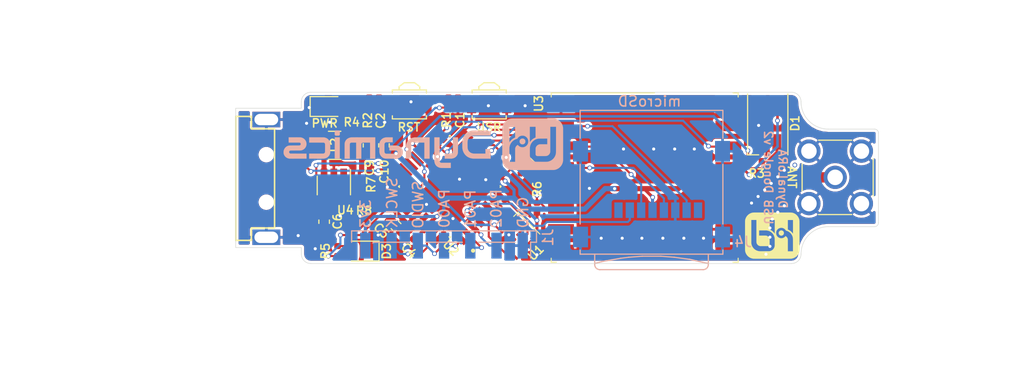
<source format=kicad_pcb>
(kicad_pcb (version 20171130) (host pcbnew "(5.1.9)-1")
  (layers (0 F.Cu signal) (31 B.Cu signal) (34 B.Paste user) (35 F.Paste user) (36 B.SilkS user) (37 F.SilkS user) (38 B.Mask user) (39 F.Mask user) (44 Edge.Cuts user))
  (net 0 "")
  (net 1 VBUS)
  (net 2 GND)
  (net 3 /USER_BTN)
  (net 4 /nRESET)
  (net 5 +3V3)
  (net 6 "Net-(D1-Pad2)")
  (net 7 "Net-(D1-Pad4)")
  (net 8 "Net-(D2-Pad2)")
  (net 9 "Net-(D3-Pad2)")
  (net 10 /SWDIO)
  (net 11 /SWCLK)
  (net 12 /RGB)
  (net 13 /LED)
  (net 14 /RF_RESET)
  (net 15 "Net-(R7-Pad2)")
  (net 16 /RF_CS)
  (net 17 /RF_INT)
  (net 18 "Net-(U2-Pad15)")
  (net 19 "Net-(U3-Pad7)")
  (net 20 "Net-(U3-Pad11)")
  (net 21 "Net-(U3-Pad12)")
  (net 22 "Net-(U3-Pad15)")
  (net 23 "Net-(U3-Pad16)")
  (net 24 "Net-(C5-Pad1)")
  (net 25 "Net-(L2-Pad1)")
  (net 26 /FLASH_CS)
  (net 27 /FLASH_SDI)
  (net 28 /FLASH_SCK)
  (net 29 /FLASH_SDO)
  (net 30 "Net-(U2-Pad22)")
  (net 31 USB_D+)
  (net 32 USB_D-)
  (net 33 "Net-(U2-Pad21)")
  (net 34 "Net-(J3-Pad1)")
  (net 35 /PA00)
  (net 36 /PA01)
  (net 37 "Net-(J4-Pad1)")
  (net 38 /SD_CS)
  (net 39 /SDO)
  (net 40 /SCK)
  (net 41 /SDI)
  (net 42 /PA02)
  (net 43 "Net-(U2-Pad27)")
  (net 44 "Net-(U2-Pad11)")
  (net 45 "Net-(J4-Pad8)")
  (module DynOSSAT:Logo_BHDyn_3 (layer B.Cu) (at 34.417 -60.452 180)
    (fp_text reference G*** hide)
    (fp_text value LOGO hide)
  )
  (module DynOSSAT:PinHeader_1x07_P2.54mm_Vertical_SMD_Pin1Left (layer B.Cu) (at 36.4236 -52.2986 90)
    (fp_text reference J1 (at -0.8636 10.0584 90) (layer B.SilkS) (effects (justify mirror)))
    (fp_text value Conn_01x07)
    (pad 1 smd rect (at -1.655 7.62 90) (size 2.51 1) (layers B.Cu B.Paste B.Mask) (net 2 GND))
    (pad 3 smd rect (at -1.655 2.54 90) (size 2.51 1) (layers B.Cu B.Paste B.Mask) (net 36 /PA01))
    (pad 5 smd rect (at -1.655 -2.54 90) (size 2.51 1) (layers B.Cu B.Paste B.Mask) (net 10 /SWDIO))
    (pad 7 smd rect (at -1.655 -7.62 90) (size 2.51 1) (layers B.Cu B.Paste B.Mask) (net 5 +3V3))
    (pad 2 smd rect (at -1.655 5.08 90) (size 2.51 1) (layers B.Cu B.Paste B.Mask) (net 42 /PA02))
    (pad 4 smd rect (at -1.655 0 90) (size 2.51 1) (layers B.Cu B.Paste B.Mask) (net 35 /PA00))
    (pad 6 smd rect (at -1.655 -5.08 90) (size 2.51 1) (layers B.Cu B.Paste B.Mask) (net 11 /SWCLK))
  )
  (module Capacitor_SMD:C_0402_1005Metric (layer F.Cu) (at 33.7566 -50.9524 315)
    (fp_text reference C4 (at 0.035921 1.077631 135) (layer F.SilkS) (effects (font (size 0.8 0.8))))
    (fp_text value 100nF hide)
    (pad 1 smd roundrect (at -0.485 0 315) (size 0.59 0.64) (layers F.Cu F.Paste F.Mask) (net 5 +3V3))
    (pad 2 smd roundrect (at 0.485 0 315) (size 0.59 0.64) (layers F.Cu F.Paste F.Mask) (net 2 GND))
  )
  (module DynOSSAT:QFP80P900X900X120-32N (layer F.Cu) (at 36.9824 -56.3626 135)
    (fp_text reference U2 (at -4.274602 -4.130918 315) (layer F.SilkS) (effects (font (size 0.8 0.8))))
    (fp_text value ATSAMD21E18A-AUT hide)
    (pad 9 smd rect (at -2.8 4.18 135) (size 0.55 1.6) (layers F.Cu F.Paste F.Mask) (net 5 +3V3))
    (pad 10 smd rect (at -2 4.18 135) (size 0.55 1.6) (layers F.Cu F.Paste F.Mask) (net 2 GND))
    (pad 11 smd rect (at -1.2 4.18 135) (size 0.55 1.6) (layers F.Cu F.Paste F.Mask) (net 44 "Net-(U2-Pad11)"))
    (pad 12 smd rect (at -0.4 4.18 135) (size 0.55 1.6) (layers F.Cu F.Paste F.Mask) (net 17 /RF_INT))
    (pad 13 smd rect (at 0.4 4.18 135) (size 0.55 1.6) (layers F.Cu F.Paste F.Mask) (net 14 /RF_RESET))
    (pad 14 smd rect (at 1.2 4.18 135) (size 0.55 1.6) (layers F.Cu F.Paste F.Mask) (net 16 /RF_CS))
    (pad 15 smd rect (at 2 4.18 135) (size 0.55 1.6) (layers F.Cu F.Paste F.Mask) (net 18 "Net-(U2-Pad15)"))
    (pad 16 smd rect (at 2.8 4.18 135) (size 0.55 1.6) (layers F.Cu F.Paste F.Mask) (net 3 /USER_BTN))
    (pad 25 smd rect (at 2.8 -4.18 135) (size 0.55 1.6) (layers F.Cu F.Paste F.Mask) (net 13 /LED))
    (pad 26 smd rect (at 2 -4.18 135) (size 0.55 1.6) (layers F.Cu F.Paste F.Mask) (net 4 /nRESET))
    (pad 27 smd rect (at 1.2 -4.18 135) (size 0.55 1.6) (layers F.Cu F.Paste F.Mask) (net 43 "Net-(U2-Pad27)"))
    (pad 28 smd rect (at 0.4 -4.18 135) (size 0.55 1.6) (layers F.Cu F.Paste F.Mask) (net 2 GND))
    (pad 29 smd rect (at -0.4 -4.18 135) (size 0.55 1.6) (layers F.Cu F.Paste F.Mask) (net 24 "Net-(C5-Pad1)"))
    (pad 30 smd rect (at -1.2 -4.18 135) (size 0.55 1.6) (layers F.Cu F.Paste F.Mask) (net 5 +3V3))
    (pad 31 smd rect (at -2 -4.18 135) (size 0.55 1.6) (layers F.Cu F.Paste F.Mask) (net 11 /SWCLK))
    (pad 32 smd rect (at -2.8 -4.18 135) (size 0.55 1.6) (layers F.Cu F.Paste F.Mask) (net 10 /SWDIO))
    (pad 1 smd rect (at -4.18 -2.8 135) (size 1.6 0.55) (layers F.Cu F.Paste F.Mask) (net 35 /PA00))
    (pad 2 smd rect (at -4.18 -2 135) (size 1.6 0.55) (layers F.Cu F.Paste F.Mask) (net 36 /PA01))
    (pad 3 smd rect (at -4.18 -1.2 135) (size 1.6 0.55) (layers F.Cu F.Paste F.Mask) (net 42 /PA02))
    (pad 4 smd rect (at -4.18 -0.4 135) (size 1.6 0.55) (layers F.Cu F.Paste F.Mask) (net 38 /SD_CS))
    (pad 5 smd rect (at -4.18 0.4 135) (size 1.6 0.55) (layers F.Cu F.Paste F.Mask) (net 29 /FLASH_SDO))
    (pad 6 smd rect (at -4.18 1.2 135) (size 1.6 0.55) (layers F.Cu F.Paste F.Mask) (net 27 /FLASH_SDI))
    (pad 7 smd rect (at -4.18 2 135) (size 1.6 0.55) (layers F.Cu F.Paste F.Mask) (net 26 /FLASH_CS))
    (pad 8 smd rect (at -4.18 2.8 135) (size 1.6 0.55) (layers F.Cu F.Paste F.Mask) (net 28 /FLASH_SCK))
    (pad 17 smd rect (at 4.18 2.8 135) (size 1.6 0.55) (layers F.Cu F.Paste F.Mask) (net 39 /SDO))
    (pad 18 smd rect (at 4.18 2 135) (size 1.6 0.55) (layers F.Cu F.Paste F.Mask) (net 40 /SCK))
    (pad 19 smd rect (at 4.18 1.2 135) (size 1.6 0.55) (layers F.Cu F.Paste F.Mask) (net 41 /SDI))
    (pad 20 smd rect (at 4.18 0.4 135) (size 1.6 0.55) (layers F.Cu F.Paste F.Mask) (net 12 /RGB))
    (pad 21 smd rect (at 4.18 -0.4 135) (size 1.6 0.55) (layers F.Cu F.Paste F.Mask) (net 33 "Net-(U2-Pad21)"))
    (pad 22 smd rect (at 4.18 -1.2 135) (size 1.6 0.55) (layers F.Cu F.Paste F.Mask) (net 30 "Net-(U2-Pad22)"))
    (pad 23 smd rect (at 4.18 -2 135) (size 1.6 0.55) (layers F.Cu F.Paste F.Mask) (net 32 USB_D-))
    (pad 24 smd rect (at 4.18 -2.8 135) (size 1.6 0.55) (layers F.Cu F.Paste F.Mask) (net 31 USB_D+))
  )
  (module Connector_Coaxial:SMA_Molex_73251-2200_Horizontal (layer F.Cu) (at 74.2894 -57.2516 270)
    (fp_text reference J3 hide)
    (fp_text value Conn_Coaxial hide)
    (pad 1 thru_hole circle (at 0 0 270) (size 2.25 2.25) (drill 1.5) (layers *.Cu *.Mask) (net 34 "Net-(J3-Pad1)"))
    (pad 2 thru_hole circle (at 2.54 2.54) (size 2.25 2.25) (drill 1.5) (layers *.Cu *.Mask) (net 2 GND))
    (pad 2 thru_hole circle (at 2.54 -2.54 270) (size 2.25 2.25) (drill 1.5) (layers *.Cu *.Mask) (net 2 GND))
    (pad 2 thru_hole circle (at -2.54 -2.54 270) (size 2.25 2.25) (drill 1.5) (layers *.Cu *.Mask) (net 2 GND))
    (pad 2 thru_hole circle (at -2.54 2.54 270) (size 2.25 2.25) (drill 1.5) (layers *.Cu *.Mask) (net 2 GND))
  )
  (module DynOSSAT:HOPERF_RFM69HW (layer F.Cu) (at 55.849 -57.2262)
    (fp_text reference U3 (at -10.256 -7.1628 90) (layer F.SilkS) (effects (font (size 0.8 0.8))))
    (fp_text value RFM9X hide)
    (pad 1 smd rect (at -8.1 -7) (size 2.5 1) (layers F.Cu F.Paste F.Mask) (net 2 GND))
    (pad 2 smd rect (at -8.1 -5) (size 2.5 1) (layers F.Cu F.Paste F.Mask) (net 41 /SDI))
    (pad 3 smd rect (at -8.1 -3) (size 2.5 1) (layers F.Cu F.Paste F.Mask) (net 39 /SDO))
    (pad 4 smd rect (at -8.1 -1) (size 2.5 1) (layers F.Cu F.Paste F.Mask) (net 40 /SCK))
    (pad 5 smd rect (at -8.1 1) (size 2.5 1) (layers F.Cu F.Paste F.Mask) (net 16 /RF_CS))
    (pad 6 smd rect (at -8.1 3) (size 2.5 1) (layers F.Cu F.Paste F.Mask) (net 14 /RF_RESET))
    (pad 7 smd rect (at -8.1 5) (size 2.5 1) (layers F.Cu F.Paste F.Mask) (net 19 "Net-(U3-Pad7)"))
    (pad 8 smd rect (at -8.1 7) (size 2.5 1) (layers F.Cu F.Paste F.Mask) (net 2 GND))
    (pad 9 smd rect (at 8.1 7) (size 2.5 1) (layers F.Cu F.Paste F.Mask) (net 34 "Net-(J3-Pad1)"))
    (pad 10 smd rect (at 8.1 5) (size 2.5 1) (layers F.Cu F.Paste F.Mask) (net 2 GND))
    (pad 11 smd rect (at 8.1 3) (size 2.5 1) (layers F.Cu F.Paste F.Mask) (net 20 "Net-(U3-Pad11)"))
    (pad 12 smd rect (at 8.1 1) (size 2.5 1) (layers F.Cu F.Paste F.Mask) (net 21 "Net-(U3-Pad12)"))
    (pad 13 smd rect (at 8.1 -1) (size 2.5 1) (layers F.Cu F.Paste F.Mask) (net 5 +3V3))
    (pad 14 smd rect (at 8.1 -3) (size 2.5 1) (layers F.Cu F.Paste F.Mask) (net 17 /RF_INT))
    (pad 15 smd rect (at 8.1 -5) (size 2.5 1) (layers F.Cu F.Paste F.Mask) (net 22 "Net-(U3-Pad15)"))
    (pad 16 smd rect (at 8.1 -7) (size 2.5 1) (layers F.Cu F.Paste F.Mask) (net 23 "Net-(U3-Pad16)"))
  )
  (module DynOSSAT:Logo_BHDyn_MARK (layer F.Cu) (at 68.199 -51.6128)
    (fp_text reference G*** hide)
    (fp_text value LOGO hide)
  )
  (module Capacitor_SMD:C_0603_1608Metric (layer F.Cu) (at 31.7754 -52.5272 135)
    (fp_text reference C5 (at 0.70046 -1.311117 135) (layer F.SilkS) (effects (font (size 0.8 0.8))))
    (fp_text value 1uF hide)
    (pad 2 smd roundrect (at 0.7875 0 135) (size 0.875 0.95) (layers F.Cu F.Paste F.Mask) (net 2 GND))
    (pad 1 smd roundrect (at -0.7875 0 135) (size 0.875 0.95) (layers F.Cu F.Paste F.Mask) (net 24 "Net-(C5-Pad1)"))
  )
  (module Capacitor_SMD:C_0603_1608Metric (layer F.Cu) (at 24.8158 -52.959 270)
    (fp_text reference C6 (at -0.0254 -1.2954 90) (layer F.SilkS) (effects (font (size 0.8 0.8))))
    (fp_text value 22uF hide)
    (pad 1 smd roundrect (at -0.7875 0 270) (size 0.875 0.95) (layers F.Cu F.Paste F.Mask) (net 1 VBUS))
    (pad 2 smd roundrect (at 0.7875 0 270) (size 0.875 0.95) (layers F.Cu F.Paste F.Mask) (net 2 GND))
  )
  (module Capacitor_SMD:C_0603_1608Metric (layer F.Cu) (at 29.1084 -60.3504 90)
    (fp_text reference C9 (at -2.1844 0.1016 90) (layer F.SilkS) (effects (font (size 0.8 0.8))))
    (fp_text value 22uF hide)
    (pad 1 smd roundrect (at -0.7875 0 90) (size 0.875 0.95) (layers F.Cu F.Paste F.Mask) (net 5 +3V3))
    (pad 2 smd roundrect (at 0.7875 0 90) (size 0.875 0.95) (layers F.Cu F.Paste F.Mask) (net 2 GND))
  )
  (module Capacitor_SMD:C_0603_1608Metric (layer F.Cu) (at 30.607 -60.3504 90)
    (fp_text reference C10 (at -2.54 0.0254 90) (layer F.SilkS) (effects (font (size 0.8 0.8))))
    (fp_text value 22uF hide)
    (pad 2 smd roundrect (at 0.7875 0 90) (size 0.875 0.95) (layers F.Cu F.Paste F.Mask) (net 2 GND))
    (pad 1 smd roundrect (at -0.7875 0 90) (size 0.875 0.95) (layers F.Cu F.Paste F.Mask) (net 5 +3V3))
  )
  (module DynOSSAT:LED_SK6812MINI_PLCC4_3.5x3.5mm_P1.75mm (layer F.Cu) (at 67.7616 -62.3824 270)
    (fp_text reference D1 (at -0.1016 -2.6472 90) (layer F.SilkS) (effects (font (size 0.8 0.8))))
    (fp_text value WS2812B hide)
    (pad 1 smd rect (at -1.75 -0.875 270) (size 1.6 0.85) (layers F.Cu F.Paste F.Mask) (net 5 +3V3))
    (pad 2 smd rect (at -1.75 0.875 270) (size 1.6 0.85) (layers F.Cu F.Paste F.Mask) (net 6 "Net-(D1-Pad2)"))
    (pad 4 smd rect (at 1.75 -0.875 270) (size 1.6 0.85) (layers F.Cu F.Paste F.Mask) (net 7 "Net-(D1-Pad4)"))
    (pad 3 smd rect (at 1.75 0.875 270) (size 1.6 0.85) (layers F.Cu F.Paste F.Mask) (net 2 GND))
  )
  (module LED_SMD:LED_0805_2012Metric (layer F.Cu) (at 25.146 -64.1096)
    (fp_text reference D2 hide)
    (fp_text value LED_Small hide)
    (pad 1 smd roundrect (at -0.9375 0) (size 0.975 1.4) (layers F.Cu F.Paste F.Mask) (net 2 GND))
    (pad 2 smd roundrect (at 0.9375 0) (size 0.975 1.4) (layers F.Cu F.Paste F.Mask) (net 8 "Net-(D2-Pad2)"))
  )
  (module LED_SMD:LED_0805_2012Metric (layer F.Cu) (at 28.448 -50.1142 180)
    (fp_text reference D3 (at -2.413 -0.0254 270) (layer F.SilkS) (effects (font (size 0.8 0.8))))
    (fp_text value LED_Small hide)
    (pad 2 smd roundrect (at 0.9375 0 180) (size 0.975 1.4) (layers F.Cu F.Paste F.Mask) (net 9 "Net-(D3-Pad2)"))
    (pad 1 smd roundrect (at -0.9375 0 180) (size 0.975 1.4) (layers F.Cu F.Paste F.Mask) (net 2 GND))
  )
  (module Inductor_SMD:L_1210_3225Metric (layer F.Cu) (at 25.8318 -60.3504)
    (fp_text reference L2 (at 0.0254 -0.0254 270) (layer F.SilkS) (effects (font (size 0.8 0.8))))
    (fp_text value 2.2uH hide)
    (pad 1 smd roundrect (at -1.4 0) (size 1.25 2.65) (layers F.Cu F.Paste F.Mask) (roundrect_rratio 0.2) (net 25 "Net-(L2-Pad1)"))
    (pad 2 smd roundrect (at 1.4 0) (size 1.25 2.65) (layers F.Cu F.Paste F.Mask) (roundrect_rratio 0.2) (net 5 +3V3))
  )
  (module DynOSSAT:WSON-8-1EP_3x4mm_P0.8mm (layer F.Cu) (at 43.5102 -51.689 315)
    (fp_text reference U1 (at 2.496511 -0.053882 45) (layer F.SilkS) (effects (font (size 0.8 0.8))))
    (fp_text value GD25Q32 hide)
    (pad 1 smd rect (at -1.4 -0.75 315) (size 0.6 0.25) (layers F.Cu F.Paste F.Mask) (net 26 /FLASH_CS))
    (pad 8 smd rect (at 1.4 -0.75 315) (size 0.6 0.25) (layers F.Cu F.Paste F.Mask) (net 5 +3V3))
    (pad 2 smd rect (at -1.4 0.05 315) (size 0.6 0.25) (layers F.Cu F.Paste F.Mask) (net 27 /FLASH_SDI))
    (pad 3 smd rect (at -1.4 0.85 315) (size 0.6 0.25) (layers F.Cu F.Paste F.Mask) (net 5 +3V3))
    (pad 4 smd rect (at -1.4 1.65 315) (size 0.6 0.25) (layers F.Cu F.Paste F.Mask) (net 2 GND))
    (pad 7 smd rect (at 1.4 0.05 315) (size 0.6 0.25) (layers F.Cu F.Paste F.Mask) (net 5 +3V3))
    (pad 6 smd rect (at 1.4 0.85 315) (size 0.6 0.25) (layers F.Cu F.Paste F.Mask) (net 28 /FLASH_SCK))
    (pad 5 smd rect (at 1.4 1.65 315) (size 0.6 0.25) (layers F.Cu F.Paste F.Mask) (net 29 /FLASH_SDO))
    (pad "" smd rect (at 0 1.27 315) (size 0.2 0.8) (layers F.Cu F.Paste F.Mask))
    (pad "" smd rect (at 0 -0.3048 315) (size 0.2 0.8) (layers F.Cu F.Paste F.Mask))
  )
  (module Package_TO_SOT_SMD:SOT-23-5 (layer F.Cu) (at 25.7556 -56.4642 270)
    (fp_text reference U4 (at 2.3876 -1.1176 180) (layer F.SilkS) (effects (font (size 0.8 0.8))))
    (fp_text value SY80XX hide)
    (pad 1 smd rect (at -1.1 -0.95 270) (size 1.06 0.65) (layers F.Cu F.Paste F.Mask) (net 1 VBUS))
    (pad 2 smd rect (at -1.1 0 270) (size 1.06 0.65) (layers F.Cu F.Paste F.Mask) (net 2 GND))
    (pad 3 smd rect (at -1.1 0.95 270) (size 1.06 0.65) (layers F.Cu F.Paste F.Mask) (net 25 "Net-(L2-Pad1)"))
    (pad 4 smd rect (at 1.1 0.95 270) (size 1.06 0.65) (layers F.Cu F.Paste F.Mask) (net 1 VBUS))
    (pad 5 smd rect (at 1.1 -0.95 270) (size 1.06 0.65) (layers F.Cu F.Paste F.Mask) (net 15 "Net-(R7-Pad2)"))
  )
  (module DynOSSAT:TF-102-18 (layer B.Cu) (at 56.5094 -55.626)
    (fp_text reference J4 (at 8.8646 4.6228) (layer B.SilkS) (effects (justify mirror)))
    (fp_text value Micro_SD_Card)
    (pad 1 smd rect (at -3.2 1.55) (size 0.8 1.5) (layers B.Cu B.Paste B.Mask) (net 37 "Net-(J4-Pad1)"))
    (pad 2 smd rect (at -2.1 1.55) (size 0.8 1.5) (layers B.Cu B.Paste B.Mask) (net 38 /SD_CS))
    (pad 3 smd rect (at -1 1.55) (size 0.8 1.5) (layers B.Cu B.Paste B.Mask) (net 39 /SDO))
    (pad 4 smd rect (at 0.1 1.55) (size 0.8 1.5) (layers B.Cu B.Paste B.Mask) (net 5 +3V3))
    (pad 5 smd rect (at 1.2 1.55) (size 0.8 1.5) (layers B.Cu B.Paste B.Mask) (net 40 /SCK))
    (pad 6 smd rect (at 2.3 1.55) (size 0.8 1.5) (layers B.Cu B.Paste B.Mask) (net 2 GND))
    (pad 7 smd rect (at 3.4 1.55) (size 0.8 1.5) (layers B.Cu B.Paste B.Mask) (net 41 /SDI))
    (pad 8 smd rect (at 4.5 1.55) (size 0.8 1.5) (layers B.Cu B.Paste B.Mask) (net 45 "Net-(J4-Pad8)"))
    (pad 9 smd rect (at 6.875 -4.15) (size 1.45 2) (layers B.Cu B.Paste B.Mask) (net 2 GND))
    (pad 9 smd rect (at -6.875 -4.15) (size 1.45 2) (layers B.Cu B.Paste B.Mask) (net 2 GND))
    (pad 9 smd rect (at -6.875 4.15) (size 1.45 2) (layers B.Cu B.Paste B.Mask) (net 2 GND))
    (pad 9 smd rect (at 6.875 4.15) (size 1.45 2) (layers B.Cu B.Paste B.Mask) (net 2 GND))
  )
  (module Capacitor_SMD:C_0402_1005Metric (layer F.Cu) (at 37.7698 -64.4906 270)
    (fp_text reference C1 (at 1.7018 -0.2032 90) (layer F.SilkS) (effects (font (size 0.8 0.8))))
    (fp_text value 10nF hide)
    (pad 2 smd roundrect (at 0.485 0 270) (size 0.59 0.64) (layers F.Cu F.Paste F.Mask) (net 2 GND))
    (pad 1 smd roundrect (at -0.485 0 270) (size 0.59 0.64) (layers F.Cu F.Paste F.Mask) (net 3 /USER_BTN))
  )
  (module Capacitor_SMD:C_0402_1005Metric (layer F.Cu) (at 30.1244 -64.4906 270)
    (fp_text reference C2 (at 1.7526 -0.1524 90) (layer F.SilkS) (effects (font (size 0.8 0.8))))
    (fp_text value 10nF hide)
    (pad 1 smd roundrect (at -0.485 0 270) (size 0.59 0.64) (layers F.Cu F.Paste F.Mask) (net 4 /nRESET))
    (pad 2 smd roundrect (at 0.485 0 270) (size 0.59 0.64) (layers F.Cu F.Paste F.Mask) (net 2 GND))
  )
  (module Capacitor_SMD:C_0402_1005Metric (layer F.Cu) (at 43.561 -58.039 315)
    (fp_text reference C3 (at 0 -1.17 135) (layer F.SilkS) (effects (font (size 0.8 0.8))))
    (fp_text value 100nF hide)
    (pad 2 smd roundrect (at 0.485 0 315) (size 0.59 0.64) (layers F.Cu F.Paste F.Mask) (net 2 GND))
    (pad 1 smd roundrect (at -0.485 0 315) (size 0.59 0.64) (layers F.Cu F.Paste F.Mask) (net 5 +3V3))
  )
  (module Resistor_SMD:R_0402_1005Metric (layer F.Cu) (at 36.8554 -64.4906 90)
    (fp_text reference R1 (at -1.6764 -0.2032 90) (layer F.SilkS) (effects (font (size 0.8 0.8))))
    (fp_text value 100k hide)
    (pad 2 smd roundrect (at 0.485 0 90) (size 0.59 0.64) (layers F.Cu F.Paste F.Mask) (net 3 /USER_BTN))
    (pad 1 smd roundrect (at -0.485 0 90) (size 0.59 0.64) (layers F.Cu F.Paste F.Mask) (net 5 +3V3))
  )
  (module Resistor_SMD:R_0402_1005Metric (layer F.Cu) (at 29.1846 -64.4906 90)
    (fp_text reference R2 (at -1.7272 -0.1524 90) (layer F.SilkS) (effects (font (size 0.8 0.8))))
    (fp_text value 100k hide)
    (pad 2 smd roundrect (at 0.485 0 90) (size 0.59 0.64) (layers F.Cu F.Paste F.Mask) (net 4 /nRESET))
    (pad 1 smd roundrect (at -0.485 0 90) (size 0.59 0.64) (layers F.Cu F.Paste F.Mask) (net 5 +3V3))
  )
  (module Resistor_SMD:R_0402_1005Metric (layer F.Cu) (at 66.6948 -58.801 180)
    (fp_text reference R3 (at 0 -1.17) (layer F.SilkS) (effects (font (size 0.8 0.8))))
    (fp_text value 510R hide)
    (pad 1 smd roundrect (at -0.485 0 180) (size 0.59 0.64) (layers F.Cu F.Paste F.Mask) (net 7 "Net-(D1-Pad4)"))
    (pad 2 smd roundrect (at 0.485 0 180) (size 0.59 0.64) (layers F.Cu F.Paste F.Mask) (net 12 /RGB))
  )
  (module Resistor_SMD:R_0402_1005Metric (layer F.Cu) (at 27.4574 -64.1096 90)
    (fp_text reference R4 (at -1.524 0.0254 180) (layer F.SilkS) (effects (font (size 0.8 0.8))))
    (fp_text value 510R hide)
    (pad 1 smd roundrect (at -0.485 0 90) (size 0.59 0.64) (layers F.Cu F.Paste F.Mask) (net 5 +3V3))
    (pad 2 smd roundrect (at 0.485 0 90) (size 0.59 0.64) (layers F.Cu F.Paste F.Mask) (net 8 "Net-(D2-Pad2)"))
  )
  (module Resistor_SMD:R_0402_1005Metric (layer F.Cu) (at 26.1112 -50.1142 90)
    (fp_text reference R5 (at 0 -1.17 90) (layer F.SilkS) (effects (font (size 0.8 0.8))))
    (fp_text value 510R hide)
    (pad 2 smd roundrect (at 0.485 0 90) (size 0.59 0.64) (layers F.Cu F.Paste F.Mask) (net 9 "Net-(D3-Pad2)"))
    (pad 1 smd roundrect (at -0.485 0 90) (size 0.59 0.64) (layers F.Cu F.Paste F.Mask) (net 13 /LED))
  )
  (module Resistor_SMD:R_0402_1005Metric (layer F.Cu) (at 45.4152 -54.3052 90)
    (fp_text reference R6 (at 1.8034 0.0254 90) (layer F.SilkS) (effects (font (size 0.8 0.8))))
    (fp_text value 100k hide)
    (pad 1 smd roundrect (at -0.485 0 90) (size 0.59 0.64) (layers F.Cu F.Paste F.Mask) (net 5 +3V3))
    (pad 2 smd roundrect (at 0.485 0 90) (size 0.59 0.64) (layers F.Cu F.Paste F.Mask) (net 14 /RF_RESET))
  )
  (module Resistor_SMD:R_0402_1005Metric (layer F.Cu) (at 28.2194 -56.6166 270)
    (fp_text reference R7 (at 0.0762 -1.143 270) (layer F.SilkS) (effects (font (size 0.8 0.8))))
    (fp_text value 100k hide)
    (pad 1 smd roundrect (at -0.485 0 270) (size 0.59 0.64) (layers F.Cu F.Paste F.Mask) (net 5 +3V3))
    (pad 2 smd roundrect (at 0.485 0 270) (size 0.59 0.64) (layers F.Cu F.Paste F.Mask) (net 15 "Net-(R7-Pad2)"))
  )
  (module Resistor_SMD:R_0402_1005Metric (layer F.Cu) (at 28.679 -55.1434)
    (fp_text reference R8 (at -0.0024 1.1176) (layer F.SilkS) (effects (font (size 0.8 0.8))))
    (fp_text value 22k hide)
    (pad 2 smd roundrect (at 0.485 0) (size 0.59 0.64) (layers F.Cu F.Paste F.Mask) (net 2 GND))
    (pad 1 smd roundrect (at -0.485 0) (size 0.59 0.64) (layers F.Cu F.Paste F.Mask) (net 15 "Net-(R7-Pad2)"))
  )
  (module DynOSSAT:SW_SPST_B3U-3000P (layer F.Cu) (at 40.7924 -64.3128)
    (fp_text reference SW1 hide)
    (fp_text value SW_Push hide)
    (pad 2 smd rect (at 1.7 0) (size 0.9 1.7) (layers F.Cu F.Paste F.Mask) (net 2 GND))
    (pad 1 smd rect (at -1.7 0) (size 0.9 1.7) (layers F.Cu F.Paste F.Mask) (net 3 /USER_BTN))
  )
  (module DynOSSAT:SW_SPST_B3U-3000P (layer F.Cu) (at 33.0708 -64.3128)
    (fp_text reference SW2 hide)
    (fp_text value SW_Push hide)
    (pad 1 smd rect (at -1.7 0) (size 0.9 1.7) (layers F.Cu F.Paste F.Mask) (net 4 /nRESET))
    (pad 2 smd rect (at 1.7 0) (size 0.9 1.7) (layers F.Cu F.Paste F.Mask) (net 2 GND))
  )
  (module DynOSSAT:C46394 (layer F.Cu) (at 16.256 -57.531 90)
    (fp_text reference J2 hide)
    (fp_text value USB_A hide)
    (pad 2 smd rect (at -1.381 5.4102 90) (size 1.4 2.8) (layers F.Cu F.Paste F.Mask) (net 32 USB_D-))
    (pad 3 smd rect (at 0.619 5.4102 90) (size 1.4 2.8) (layers F.Cu F.Paste F.Mask) (net 31 USB_D+))
    (pad 5 thru_hole rect (at 5.319 2.9602 90) (size 1.5 2.7) (drill oval 1.1 2.3) (layers *.Cu *.Mask) (net 2 GND))
    (pad "" np_thru_hole circle (at 1.919 2.9602 90) (size 1 1) (drill 1) (layers *.Cu *.Mask))
    (pad 5 thru_hole rect (at -6.081 2.9602 90) (size 1.5 2.7) (drill oval 1.1 2.3) (layers *.Cu *.Mask) (net 2 GND))
    (pad 1 smd rect (at -3.881 5.4102 90) (size 1.4 2.8) (layers F.Cu F.Paste F.Mask) (net 1 VBUS))
    (pad "" np_thru_hole circle (at -2.681 2.9602 90) (size 1 1) (drill 1) (layers *.Cu *.Mask))
    (pad 4 smd rect (at 3.119 5.4102 90) (size 1.4 2.8) (layers F.Cu F.Paste F.Mask) (net 2 GND))
  )
  (gr_arc (start 23.5336 -49.8348) (end 22.606 -49.8348) (angle -90) (layer Edge.Cuts) (width 0.05))
  (gr_arc (start 23.5336 -64.5668) (end 23.5336 -65.4944) (angle -90) (layer Edge.Cuts) (width 0.05))
  (gr_line (start 22.606 -50.4556) (end 22.606 -49.8348) (layer Edge.Cuts) (width 0.05))
  (gr_line (start 22.606 -63.946) (end 22.606 -64.5668) (layer Edge.Cuts) (width 0.05))
  (gr_text "USB Dongle v2" (at 67.818 -57.2262 270) (layer B.SilkS) (effects (font (size 0.8 0.8)) (justify mirror)))
  (gr_arc (start 70.0598 -49.8348) (end 70.0598 -48.9072) (angle -90) (layer Edge.Cuts) (width 0.05))
  (gr_arc (start 73.629 -49.8348) (end 73.629 -52.4764) (angle -90) (layer Edge.Cuts) (width 0.05))
  (gr_line (start 76.0928 -52.4764) (end 73.629 -52.4764) (layer Edge.Cuts) (width 0.05))
  (gr_arc (start 70.0598 -64.5668) (end 70.9874 -64.5668) (angle -90) (layer Edge.Cuts) (width 0.05))
  (gr_arc (start 73.629 -64.5668) (end 70.9874 -64.5668) (angle -90) (layer Edge.Cuts) (width 0.05))
  (gr_line (start 23.5336 -48.9072) (end 70.0598 -48.9072) (layer Edge.Cuts) (width 0.05))
  (gr_text microSD (at 56.3118 -64.6176) (layer B.SilkS) (effects (font (size 1 1)) (justify mirror)))
  (gr_text GND (at 44.069 -53.848 90) (layer B.SilkS) (effects (font (size 1 1)) (justify mirror)))
  (gr_text PA02 (at 41.4782 -54.229 90) (layer B.SilkS) (effects (font (size 1 1)) (justify mirror)))
  (gr_text PA01 (at 38.9636 -54.1782 90) (layer B.SilkS) (effects (font (size 1 1)) (justify mirror)))
  (gr_text PA00 (at 36.449 -54.229 90) (layer B.SilkS) (effects (font (size 1 1)) (justify mirror)))
  (gr_text SWDIO (at 33.909 -54.61 90) (layer B.SilkS) (effects (font (size 1 1)) (justify mirror)))
  (gr_text SWCLK (at 31.3944 -54.7878 90) (layer B.SilkS) (effects (font (size 1 1)) (justify mirror)))
  (gr_text 3V3 (at 28.829 -53.721 90) (layer B.SilkS) (effects (font (size 1 1)) (justify mirror)))
  (gr_arc (start 78.0994 -61.5442) (end 78.4804 -61.5442) (angle -90) (layer Edge.Cuts) (width 0.05))
  (gr_arc (start 78.0994 -52.8574) (end 78.0994 -52.4764) (angle -90) (layer Edge.Cuts) (width 0.05))
  (gr_line (start 78.0994 -52.4764) (end 76.0928 -52.4764) (layer Edge.Cuts) (width 0.05))
  (gr_line (start 78.0994 -61.9252) (end 73.629 -61.9252) (layer Edge.Cuts) (width 0.05))
  (gr_text DynaLoRA (at 69.215 -57.0992 270) (layer B.SilkS) (effects (font (size 0.8 0.8)) (justify mirror)))
  (gr_text ANT (at 70.104 -57.2516 270) (layer F.SilkS) (effects (font (size 0.8 0.8))))
  (gr_text RST (at 33.02 -62.103) (layer F.SilkS) (effects (font (size 0.8 0.8))))
  (gr_text USR (at 40.767 -62.103) (layer F.SilkS) (effects (font (size 0.8 0.8))))
  (gr_text PWR (at 24.8666 -62.484) (layer F.SilkS) (effects (font (size 0.8 0.8))))
  (gr_line (start 16.256 -50.4556) (end 22.606 -50.4556) (layer Edge.Cuts) (width 0.05))
  (gr_line (start 16.256 -63.946) (end 16.256 -50.4556) (layer Edge.Cuts) (width 0.05))
  (gr_line (start 78.4804 -61.5442) (end 78.4804 -52.8574) (layer Edge.Cuts) (width 0.05))
  (gr_line (start 23.5336 -65.4944) (end 70.0598 -65.4944) (layer Edge.Cuts) (width 0.05))
  (gr_line (start 16.256 -63.946) (end 22.606 -63.946) (layer Edge.Cuts) (width 0.05))
  (via (at 70.3834 -58.4454) (size 0.45) (drill 0.3) (layers F.Cu B.Cu) (net 0))
  (segment (start 24.8056 -53.7057) (end 24.8411 -53.6702) (width 0.5) (layer F.Cu) (net 1))
  (segment (start 24.8056 -55.3642) (end 24.8056 -53.7057) (width 0.5) (layer F.Cu) (net 1))
  (segment (start 25.1382 -55.3642) (end 24.8056 -55.3642) (width 0.2) (layer F.Cu) (net 1))
  (segment (start 26.7056 -57.5642) (end 26.7056 -56.9316) (width 0.2) (layer F.Cu) (net 1))
  (segment (start 26.7056 -56.9316) (end 25.1382 -55.3642) (width 0.2) (layer F.Cu) (net 1))
  (segment (start 21.7627 -53.7465) (end 21.6662 -53.65) (width 1) (layer F.Cu) (net 1))
  (segment (start 24.8158 -53.7465) (end 21.7627 -53.7465) (width 1) (layer F.Cu) (net 1))
  (via (at 66.8782 -62.2808) (size 0.45) (drill 0.3) (layers F.Cu B.Cu) (net 2))
  (via (at 40.7162 -64.1858) (size 0.45) (drill 0.3) (layers F.Cu B.Cu) (net 2))
  (via (at 44.2722 -64.1858) (size 0.45) (drill 0.3) (layers F.Cu B.Cu) (net 2))
  (via (at 30.9372 -56.3118) (size 0.45) (drill 0.3) (layers F.Cu B.Cu) (net 2))
  (via (at 26.3652 -53.5178) (size 0.45) (drill 0.3) (layers F.Cu B.Cu) (net 2))
  (via (at 28.2702 -53.5178) (size 0.45) (drill 0.3) (layers F.Cu B.Cu) (net 2))
  (via (at 22.3012 -51.6128) (size 0.45) (drill 0.3) (layers F.Cu B.Cu) (net 2))
  (via (at 23.9522 -50.3428) (size 0.45) (drill 0.3) (layers F.Cu B.Cu) (net 2))
  (via (at 51.6382 -51.3588) (size 0.45) (drill 0.3) (layers F.Cu B.Cu) (net 2))
  (via (at 55.5752 -51.3588) (size 0.45) (drill 0.3) (layers F.Cu B.Cu) (net 2))
  (via (at 53.6702 -51.3588) (size 0.45) (drill 0.3) (layers F.Cu B.Cu) (net 2))
  (via (at 57.6072 -51.3588) (size 0.45) (drill 0.3) (layers F.Cu B.Cu) (net 2))
  (via (at 61.5442 -51.3588) (size 0.45) (drill 0.3) (layers F.Cu B.Cu) (net 2))
  (via (at 59.6392 -51.3588) (size 0.45) (drill 0.3) (layers F.Cu B.Cu) (net 2))
  (via (at 56.7182 -59.9948) (size 0.45) (drill 0.3) (layers F.Cu B.Cu) (net 2))
  (via (at 58.7502 -59.9948) (size 0.45) (drill 0.3) (layers F.Cu B.Cu) (net 2))
  (via (at 60.6552 -59.9948) (size 0.45) (drill 0.3) (layers F.Cu B.Cu) (net 2))
  (via (at 53.7972 -59.9948) (size 0.45) (drill 0.3) (layers F.Cu B.Cu) (net 2))
  (via (at 50.4952 -56.1848) (size 0.45) (drill 0.3) (layers F.Cu B.Cu) (net 2))
  (via (at 37.9222 -57.0738) (size 0.45) (drill 0.3) (layers F.Cu B.Cu) (net 2))
  (via (at 66.1924 -54.7624) (size 0.45) (drill 0.3) (layers F.Cu B.Cu) (net 2))
  (via (at 66.8274 -55.3974) (size 0.45) (drill 0.3) (layers F.Cu B.Cu) (net 2))
  (via (at 67.4624 -56.0324) (size 0.45) (drill 0.3) (layers F.Cu B.Cu) (net 2))
  (via (at 68.0974 -56.6674) (size 0.45) (drill 0.3) (layers F.Cu B.Cu) (net 2))
  (via (at 68.7324 -57.3024) (size 0.45) (drill 0.3) (layers F.Cu B.Cu) (net 2))
  (via (at 69.3674 -57.9374) (size 0.45) (drill 0.3) (layers F.Cu B.Cu) (net 2))
  (via (at 67.9704 -52.3494) (size 0.45) (drill 0.3) (layers F.Cu B.Cu) (net 2))
  (via (at 67.9704 -51.4604) (size 0.45) (drill 0.3) (layers F.Cu B.Cu) (net 2))
  (via (at 67.9704 -50.5714) (size 0.45) (drill 0.3) (layers F.Cu B.Cu) (net 2))
  (via (at 67.5894 -49.8094) (size 0.45) (drill 0.3) (layers F.Cu B.Cu) (net 2))
  (via (at 68.7324 -53.8734) (size 0.45) (drill 0.3) (layers F.Cu B.Cu) (net 2))
  (via (at 69.3674 -54.5084) (size 0.45) (drill 0.3) (layers F.Cu B.Cu) (net 2))
  (via (at 68.199 -53.213) (size 0.45) (drill 0.3) (layers F.Cu B.Cu) (net 2))
  (via (at 45.4152 -49.7586) (size 0.45) (drill 0.3) (layers F.Cu B.Cu) (net 2))
  (via (at 33.2232 -64.5668) (size 0.45) (drill 0.3) (layers F.Cu B.Cu) (net 2))
  (via (at 37.2872 -53.2638) (size 0.45) (drill 0.3) (layers F.Cu B.Cu) (net 2))
  (via (at 30.6832 -62.5856) (size 0.45) (drill 0.3) (layers F.Cu B.Cu) (net 2))
  (via (at 25.3492 -62.5856) (size 0.45) (drill 0.3) (layers F.Cu B.Cu) (net 2))
  (segment (start 29.1084 -61.1379) (end 30.607 -61.1379) (width 0.5) (layer F.Cu) (net 2))
  (via (at 23.114 -62.484) (size 0.45) (drill 0.3) (layers F.Cu B.Cu) (net 2))
  (via (at 23.368 -64.008) (size 0.45) (drill 0.3) (layers F.Cu B.Cu) (net 2))
  (via (at 40.4622 -57.023) (size 0.45) (drill 0.3) (layers F.Cu B.Cu) (net 2))
  (segment (start 41.35232 -57.904093) (end 41.343293 -57.904093) (width 0.3) (layer F.Cu) (net 2))
  (segment (start 41.343293 -57.904093) (end 40.4622 -57.023) (width 0.3) (layer F.Cu) (net 2))
  (segment (start 44.0436 -50.6436) (end 44.444699 -50.6436) (width 0.3) (layer B.Cu) (net 2))
  (via (at 34.7218 -54.6354) (size 0.45) (drill 0.3) (layers F.Cu B.Cu) (net 2))
  (segment (start 33.743851 -53.689736) (end 33.776136 -53.689736) (width 0.2) (layer F.Cu) (net 2))
  (segment (start 33.776136 -53.689736) (end 34.7218 -54.6354) (width 0.2) (layer F.Cu) (net 2))
  (via (at 30.0482 -51.6636) (size 0.45) (drill 0.3) (layers F.Cu B.Cu) (net 2))
  (segment (start 29.3855 -50.1142) (end 29.3855 -51.0009) (width 0.2) (layer F.Cu) (net 2))
  (segment (start 29.3855 -51.0009) (end 30.0482 -51.6636) (width 0.2) (layer F.Cu) (net 2))
  (via (at 32.6136 -50.7492) (size 0.45) (drill 0.3) (layers F.Cu B.Cu) (net 2))
  (segment (start 32.753347 -50.609453) (end 32.6136 -50.7492) (width 0.2) (layer F.Cu) (net 2))
  (segment (start 34.099547 -50.609453) (end 32.753347 -50.609453) (width 0.2) (layer F.Cu) (net 2))
  (segment (start 44.5302 -50.6436) (end 45.4152 -49.7586) (width 0.2) (layer B.Cu) (net 2))
  (segment (start 44.0436 -50.6436) (end 44.5302 -50.6436) (width 0.2) (layer B.Cu) (net 2))
  (via (at 42.6974 -51.689) (size 0.45) (drill 0.3) (layers F.Cu B.Cu) (net 2))
  (segment (start 42.308491 -51.300091) (end 42.6974 -51.689) (width 0.2) (layer F.Cu) (net 2))
  (segment (start 41.353524 -51.512223) (end 41.565656 -51.300091) (width 0.2) (layer F.Cu) (net 2))
  (segment (start 41.565656 -51.300091) (end 42.308491 -51.300091) (width 0.2) (layer F.Cu) (net 2))
  (segment (start 39.0924 -62.4604) (end 39.0924 -64.3128) (width 0.2) (layer F.Cu) (net 3))
  (segment (start 37.958207 -61.298205) (end 37.958207 -61.326207) (width 0.2) (layer F.Cu) (net 3))
  (segment (start 37.958207 -61.326207) (end 39.0924 -62.4604) (width 0.2) (layer F.Cu) (net 3))
  (segment (start 38.7852 -64.0056) (end 39.0924 -64.3128) (width 0.2) (layer F.Cu) (net 3))
  (segment (start 36.7768 -64.897) (end 36.8554 -64.9756) (width 0.2) (layer F.Cu) (net 3))
  (segment (start 36.8554 -64.9756) (end 37.7698 -64.9756) (width 0.2) (layer F.Cu) (net 3))
  (segment (start 38.4296 -64.9756) (end 39.0924 -64.3128) (width 0.2) (layer F.Cu) (net 3))
  (segment (start 37.7698 -64.9756) (end 38.4296 -64.9756) (width 0.2) (layer F.Cu) (net 3))
  (segment (start 32.61248 -54.821107) (end 34.5186 -56.727227) (width 0.2) (layer F.Cu) (net 4))
  (via (at 34.5186 -57.8104) (size 0.45) (drill 0.3) (layers F.Cu B.Cu) (net 4))
  (segment (start 34.5186 -56.727227) (end 34.5186 -57.8104) (width 0.2) (layer F.Cu) (net 4))
  (segment (start 34.5186 -57.8104) (end 34.5186 -58.2676) (width 0.2) (layer B.Cu) (net 4))
  (segment (start 31.3708 -64.3128) (end 32.0208 -64.3128) (width 0.2) (layer F.Cu) (net 4))
  (segment (start 32.8168 -63.5168) (end 32.8168 -59.9694) (width 0.2) (layer F.Cu) (net 4))
  (segment (start 32.0208 -64.3128) (end 32.8168 -63.5168) (width 0.2) (layer F.Cu) (net 4))
  (via (at 32.8168 -59.9694) (size 0.45) (drill 0.3) (layers F.Cu B.Cu) (net 4))
  (segment (start 34.5186 -58.2676) (end 32.8168 -59.9694) (width 0.2) (layer B.Cu) (net 4))
  (segment (start 29.1846 -64.9756) (end 30.1244 -64.9756) (width 0.3) (layer F.Cu) (net 4))
  (segment (start 30.708 -64.9756) (end 31.3708 -64.3128) (width 0.3) (layer F.Cu) (net 4))
  (segment (start 30.1244 -64.9756) (end 30.708 -64.9756) (width 0.3) (layer F.Cu) (net 4))
  (segment (start 28.448 -58.9025) (end 29.1084 -59.5629) (width 0.5) (layer F.Cu) (net 5))
  (segment (start 28.448 -57.9375) (end 28.448 -58.9025) (width 0.5) (layer F.Cu) (net 5))
  (segment (start 42.174513 -57.338407) (end 43.218053 -58.381947) (width 0.2) (layer F.Cu) (net 5))
  (segment (start 41.918005 -57.338407) (end 42.174513 -57.338407) (width 0.2) (layer F.Cu) (net 5))
  (via (at 31.7754 -59.563) (size 0.45) (drill 0.3) (layers F.Cu B.Cu) (net 5))
  (segment (start 30.607 -59.5629) (end 31.7753 -59.5629) (width 1) (layer F.Cu) (net 5))
  (segment (start 31.7753 -59.5629) (end 31.7754 -59.563) (width 1) (layer F.Cu) (net 5))
  (segment (start 29.1084 -59.5629) (end 30.607 -59.5629) (width 1) (layer F.Cu) (net 5))
  (segment (start 28.0193 -59.5629) (end 29.1084 -59.5629) (width 1) (layer F.Cu) (net 5))
  (segment (start 27.2318 -60.3504) (end 28.0193 -59.5629) (width 1) (layer F.Cu) (net 5))
  (segment (start 44.2722 -54.1782) (end 50.038 -54.1782) (width 0.5) (layer B.Cu) (net 5))
  (via (at 52.9336 -56.1594) (size 0.45) (drill 0.3) (layers F.Cu B.Cu) (net 5))
  (segment (start 50.038 -54.1782) (end 52.0192 -56.1594) (width 0.5) (layer B.Cu) (net 5))
  (segment (start 52.0192 -56.1594) (end 52.9336 -56.1594) (width 0.5) (layer B.Cu) (net 5))
  (segment (start 61.1726 -58.2262) (end 63.949 -58.2262) (width 0.5) (layer F.Cu) (net 5))
  (segment (start 59.1058 -56.1594) (end 61.1726 -58.2262) (width 0.5) (layer F.Cu) (net 5))
  (segment (start 28.2194 -57.7089) (end 28.448 -57.9375) (width 0.3) (layer F.Cu) (net 5))
  (segment (start 28.2194 -57.1016) (end 28.2194 -57.7089) (width 0.3) (layer F.Cu) (net 5))
  (via (at 56.6166 -55.3212) (size 0.45) (drill 0.3) (layers F.Cu B.Cu) (net 5))
  (segment (start 56.6094 -54.076) (end 56.6094 -55.314) (width 0.3) (layer B.Cu) (net 5))
  (segment (start 56.6094 -55.314) (end 56.6166 -55.3212) (width 0.3) (layer B.Cu) (net 5))
  (segment (start 55.7784 -56.1594) (end 54.1528 -56.1594) (width 0.3) (layer F.Cu) (net 5))
  (segment (start 56.6166 -55.3212) (end 55.7784 -56.1594) (width 0.3) (layer F.Cu) (net 5))
  (segment (start 52.9336 -56.1594) (end 54.1528 -56.1594) (width 0.5) (layer F.Cu) (net 5))
  (segment (start 54.1528 -56.1594) (end 59.1058 -56.1594) (width 0.5) (layer F.Cu) (net 5))
  (segment (start 33.612203 -51.295347) (end 34.875222 -52.558366) (width 0.3) (layer F.Cu) (net 5))
  (segment (start 33.413653 -51.295347) (end 33.612203 -51.295347) (width 0.3) (layer F.Cu) (net 5))
  (via (at 45.4152 -53.086) (size 0.45) (drill 0.3) (layers F.Cu B.Cu) (net 5))
  (segment (start 45.4152 -53.8202) (end 45.4152 -53.086) (width 0.3) (layer F.Cu) (net 5))
  (segment (start 44.323 -54.1782) (end 44.2722 -54.1782) (width 0.3) (layer B.Cu) (net 5))
  (segment (start 45.4152 -53.086) (end 44.323 -54.1782) (width 0.3) (layer B.Cu) (net 5))
  (segment (start 43.5102 -54.9402) (end 44.2722 -54.1782) (width 0.5) (layer B.Cu) (net 5))
  (segment (start 31.7754 -59.563) (end 36.3982 -54.9402) (width 0.5) (layer B.Cu) (net 5))
  (via (at 42.3418 -56.896) (size 0.45) (drill 0.3) (layers F.Cu B.Cu) (net 5))
  (segment (start 41.918005 -57.338407) (end 41.918005 -57.319795) (width 0.3) (layer F.Cu) (net 5))
  (segment (start 41.918005 -57.319795) (end 42.3418 -56.896) (width 0.3) (layer F.Cu) (net 5))
  (via (at 35.7378 -53.467) (size 0.45) (drill 0.3) (layers F.Cu B.Cu) (net 5))
  (segment (start 34.875222 -52.558366) (end 34.875222 -52.604422) (width 0.3) (layer F.Cu) (net 5))
  (segment (start 34.875222 -52.604422) (end 35.7378 -53.467) (width 0.3) (layer F.Cu) (net 5))
  (segment (start 36.3982 -54.1274) (end 36.3982 -54.9402) (width 0.3) (layer B.Cu) (net 5))
  (segment (start 35.7378 -53.467) (end 36.3982 -54.1274) (width 0.3) (layer B.Cu) (net 5))
  (segment (start 43.2054 -55.245) (end 43.5102 -54.9402) (width 0.5) (layer B.Cu) (net 5))
  (segment (start 36.3982 -54.9402) (end 36.703 -55.245) (width 0.5) (layer B.Cu) (net 5))
  (segment (start 36.703 -55.245) (end 43.2054 -55.245) (width 0.5) (layer B.Cu) (net 5))
  (segment (start 43.2054 -56.0324) (end 43.2054 -55.245) (width 0.3) (layer B.Cu) (net 5))
  (segment (start 42.3418 -56.896) (end 43.2054 -56.0324) (width 0.3) (layer B.Cu) (net 5))
  (segment (start 45.03048 -51.229381) (end 44.464794 -50.663695) (width 0.2) (layer F.Cu) (net 5))
  (segment (start 45.4152 -51.614101) (end 45.4152 -53.086) (width 0.3) (layer F.Cu) (net 5))
  (segment (start 44.464794 -50.663695) (end 45.4152 -51.614101) (width 0.3) (layer F.Cu) (net 5))
  (segment (start 35.7378 -53.467) (end 29.6672 -53.467) (width 0.3) (layer B.Cu) (net 5))
  (segment (start 28.8036 -52.6034) (end 28.8036 -50.6436) (width 0.3) (layer B.Cu) (net 5))
  (segment (start 29.6672 -53.467) (end 28.8036 -52.6034) (width 0.3) (layer B.Cu) (net 5))
  (segment (start 31.7754 -59.563) (end 31.7754 -60.185998) (width 0.2) (layer B.Cu) (net 5))
  (segment (start 31.7754 -60.185998) (end 35.572002 -63.9826) (width 0.2) (layer B.Cu) (net 5))
  (segment (start 35.572002 -63.9826) (end 35.9664 -63.9826) (width 0.2) (layer B.Cu) (net 5))
  (via (at 35.9664 -63.9826) (size 0.45) (drill 0.3) (layers F.Cu B.Cu) (net 5))
  (segment (start 35.9894 -64.0056) (end 35.9664 -63.9826) (width 0.2) (layer F.Cu) (net 5))
  (segment (start 36.8554 -64.0056) (end 35.9894 -64.0056) (width 0.2) (layer F.Cu) (net 5))
  (segment (start 27.2318 -63.399) (end 27.4574 -63.6246) (width 0.3) (layer F.Cu) (net 5))
  (segment (start 27.2318 -60.3504) (end 27.2318 -63.399) (width 0.3) (layer F.Cu) (net 5))
  (segment (start 28.8036 -63.6246) (end 27.4574 -63.6246) (width 0.3) (layer F.Cu) (net 5))
  (segment (start 29.1846 -64.0056) (end 28.8036 -63.6246) (width 0.3) (layer F.Cu) (net 5))
  (segment (start 63.949 -58.2262) (end 65.2432 -58.2262) (width 0.25) (layer F.Cu) (net 5))
  (via (at 65.9638 -57.5056) (size 0.45) (drill 0.3) (layers F.Cu B.Cu) (net 5))
  (segment (start 65.2432 -58.2262) (end 65.9638 -57.5056) (width 0.25) (layer F.Cu) (net 5))
  (via (at 68.707 -62.738) (size 0.45) (drill 0.3) (layers F.Cu B.Cu) (net 5))
  (segment (start 65.9638 -57.5056) (end 68.707 -60.2488) (width 0.25) (layer B.Cu) (net 5))
  (segment (start 68.707 -60.2488) (end 68.707 -62.738) (width 0.25) (layer B.Cu) (net 5))
  (segment (start 68.707 -64.062) (end 68.6366 -64.1324) (width 0.25) (layer F.Cu) (net 5))
  (segment (start 68.707 -62.738) (end 68.707 -64.062) (width 0.25) (layer F.Cu) (net 5))
  (via (at 41.3004 -52.6542) (size 0.45) (drill 0.3) (layers F.Cu B.Cu) (net 5))
  (segment (start 41.91921 -52.077909) (end 41.876691 -52.077909) (width 0.2) (layer F.Cu) (net 5))
  (segment (start 41.876691 -52.077909) (end 41.3004 -52.6542) (width 0.2) (layer F.Cu) (net 5))
  (segment (start 36.3982 -54.9402) (end 36.4744 -54.9402) (width 0.25) (layer B.Cu) (net 5))
  (segment (start 38.7604 -52.6542) (end 41.3004 -52.6542) (width 0.25) (layer B.Cu) (net 5))
  (segment (start 36.4744 -54.9402) (end 38.7604 -52.6542) (width 0.25) (layer B.Cu) (net 5))
  (segment (start 68.6366 -59.7466) (end 68.6366 -60.6324) (width 0.2) (layer F.Cu) (net 7))
  (segment (start 67.1798 -58.801) (end 67.691 -58.801) (width 0.2) (layer F.Cu) (net 7))
  (segment (start 67.691 -58.801) (end 68.6366 -59.7466) (width 0.2) (layer F.Cu) (net 7))
  (segment (start 26.5685 -64.5946) (end 26.0835 -64.1096) (width 0.2) (layer F.Cu) (net 8))
  (segment (start 27.4574 -64.5946) (end 26.5685 -64.5946) (width 0.2) (layer F.Cu) (net 8))
  (segment (start 27.0255 -50.5992) (end 26.1112 -50.5992) (width 0.2) (layer F.Cu) (net 9))
  (segment (start 27.5105 -50.1142) (end 27.0255 -50.5992) (width 0.2) (layer F.Cu) (net 9))
  (segment (start 36.006593 -50.368207) (end 35.498586 -49.8602) (width 0.2) (layer F.Cu) (net 10))
  (segment (start 36.006593 -51.426995) (end 36.006593 -50.368207) (width 0.2) (layer F.Cu) (net 10))
  (via (at 35.498586 -49.8602) (size 0.45) (drill 0.3) (layers F.Cu B.Cu) (net 10))
  (segment (start 33.8836 -50.6436) (end 34.715186 -50.6436) (width 0.2) (layer B.Cu) (net 10))
  (segment (start 34.715186 -50.6436) (end 35.498586 -49.8602) (width 0.2) (layer B.Cu) (net 10))
  (segment (start 34.773331 -50.441765) (end 34.166366 -49.8348) (width 0.2) (layer F.Cu) (net 11))
  (segment (start 34.773331 -51.006921) (end 34.773331 -50.441765) (width 0.2) (layer F.Cu) (net 11))
  (segment (start 35.440907 -51.99268) (end 35.440907 -51.674497) (width 0.2) (layer F.Cu) (net 11))
  (segment (start 35.440907 -51.674497) (end 34.773331 -51.006921) (width 0.2) (layer F.Cu) (net 11))
  (via (at 32.9184 -49.8348) (size 0.45) (drill 0.3) (layers F.Cu B.Cu) (net 11))
  (segment (start 34.166366 -49.8348) (end 32.9184 -49.8348) (width 0.2) (layer F.Cu) (net 11))
  (segment (start 32.1524 -49.8348) (end 31.3436 -50.6436) (width 0.2) (layer B.Cu) (net 11))
  (segment (start 32.9184 -49.8348) (end 32.1524 -49.8348) (width 0.2) (layer B.Cu) (net 11))
  (via (at 33.3756 -60.5282) (size 0.45) (drill 0.3) (layers F.Cu B.Cu) (net 12))
  (segment (start 34.309536 -59.601149) (end 34.302651 -59.601149) (width 0.25) (layer F.Cu) (net 12))
  (segment (start 34.302651 -59.601149) (end 33.3756 -60.5282) (width 0.25) (layer F.Cu) (net 12))
  (segment (start 33.3756 -60.5282) (end 36.002011 -63.154611) (width 0.25) (layer B.Cu) (net 12))
  (via (at 65.8368 -59.8424) (size 0.45) (drill 0.3) (layers F.Cu B.Cu) (net 12))
  (segment (start 36.002011 -63.154611) (end 62.524589 -63.154611) (width 0.25) (layer B.Cu) (net 12))
  (segment (start 62.524589 -63.154611) (end 65.8368 -59.8424) (width 0.25) (layer B.Cu) (net 12))
  (segment (start 65.8368 -59.174) (end 66.2098 -58.801) (width 0.25) (layer F.Cu) (net 12))
  (segment (start 65.8368 -59.8424) (end 65.8368 -59.174) (width 0.25) (layer F.Cu) (net 12))
  (segment (start 32.046795 -55.386793) (end 28.323602 -51.6636) (width 0.2) (layer F.Cu) (net 13))
  (via (at 26.3906 -51.6636) (size 0.45) (drill 0.3) (layers F.Cu B.Cu) (net 13))
  (segment (start 28.323602 -51.6636) (end 26.3906 -51.6636) (width 0.2) (layer F.Cu) (net 13))
  (via (at 25.2222 -49.6316) (size 0.45) (drill 0.3) (layers F.Cu B.Cu) (net 13))
  (segment (start 26.3906 -51.6636) (end 26.3906 -50.8) (width 0.2) (layer B.Cu) (net 13))
  (segment (start 26.3906 -50.8) (end 25.2222 -49.6316) (width 0.2) (layer B.Cu) (net 13))
  (segment (start 26.1088 -49.6316) (end 26.1112 -49.6292) (width 0.2) (layer F.Cu) (net 13))
  (segment (start 25.2222 -49.6316) (end 26.1088 -49.6316) (width 0.2) (layer F.Cu) (net 13))
  (segment (start 46.299 -54.2262) (end 45.4152 -55.11) (width 0.2) (layer F.Cu) (net 14))
  (via (at 45.4152 -55.499) (size 0.45) (drill 0.3) (layers F.Cu B.Cu) (net 14))
  (segment (start 47.749 -54.2262) (end 46.299 -54.2262) (width 0.2) (layer F.Cu) (net 14))
  (segment (start 45.4152 -55.11) (end 45.4152 -55.499) (width 0.2) (layer F.Cu) (net 14))
  (segment (start 42.4434 -58.4708) (end 42.4434 -59.182) (width 0.2) (layer B.Cu) (net 14))
  (segment (start 45.4152 -55.499) (end 42.4434 -58.4708) (width 0.2) (layer B.Cu) (net 14))
  (via (at 42.4434 -59.182) (size 0.45) (drill 0.3) (layers F.Cu B.Cu) (net 14))
  (segment (start 45.4152 -54.7902) (end 45.4152 -55.499) (width 0.2) (layer F.Cu) (net 14))
  (segment (start 41.2496 -60.3758) (end 42.4434 -59.182) (width 0.2) (layer F.Cu) (net 14))
  (segment (start 39.655264 -59.601149) (end 40.429915 -60.3758) (width 0.2) (layer F.Cu) (net 14))
  (segment (start 40.429915 -60.3758) (end 41.2496 -60.3758) (width 0.2) (layer F.Cu) (net 14))
  (segment (start 26.9264 -55.1434) (end 26.7056 -55.3642) (width 0.2) (layer F.Cu) (net 15))
  (segment (start 28.194 -55.1434) (end 26.9264 -55.1434) (width 0.2) (layer F.Cu) (net 15))
  (segment (start 28.2194 -55.1688) (end 28.194 -55.1434) (width 0.2) (layer F.Cu) (net 15))
  (segment (start 28.2194 -56.1316) (end 28.2194 -55.1688) (width 0.2) (layer F.Cu) (net 15))
  (segment (start 46.466 -56.2262) (end 47.749 -56.2262) (width 0.2) (layer F.Cu) (net 16))
  (segment (start 41.8846 -60.8076) (end 46.466 -56.2262) (width 0.2) (layer F.Cu) (net 16))
  (segment (start 39.7256 -60.8076) (end 41.8846 -60.8076) (width 0.2) (layer F.Cu) (net 16))
  (segment (start 39.089578 -60.166834) (end 39.7256 -60.802856) (width 0.2) (layer F.Cu) (net 16))
  (segment (start 39.7256 -60.802856) (end 39.7256 -60.8076) (width 0.2) (layer F.Cu) (net 16))
  (via (at 41.021 -59.8424) (size 0.45) (drill 0.3) (layers F.Cu B.Cu) (net 17))
  (segment (start 40.220949 -59.035464) (end 40.220949 -59.042349) (width 0.2) (layer F.Cu) (net 17))
  (segment (start 40.220949 -59.042349) (end 41.021 -59.8424) (width 0.2) (layer F.Cu) (net 17))
  (via (at 62.0268 -60.2742) (size 0.45) (drill 0.3) (layers F.Cu B.Cu) (net 17))
  (segment (start 63.949 -60.2262) (end 62.0748 -60.2262) (width 0.2) (layer F.Cu) (net 17))
  (segment (start 62.0748 -60.2262) (end 62.0268 -60.2742) (width 0.2) (layer F.Cu) (net 17))
  (segment (start 43.908201 -62.729601) (end 41.021 -59.8424) (width 0.2) (layer B.Cu) (net 17))
  (segment (start 62.0268 -60.2742) (end 59.571399 -62.729601) (width 0.2) (layer B.Cu) (net 17))
  (segment (start 59.571399 -62.729601) (end 43.908201 -62.729601) (width 0.2) (layer B.Cu) (net 17))
  (segment (start 33.155838 -51.970353) (end 32.332247 -51.970353) (width 0.3) (layer F.Cu) (net 24))
  (segment (start 34.309536 -53.124051) (end 33.155838 -51.970353) (width 0.3) (layer F.Cu) (net 24))
  (segment (start 24.8056 -59.9766) (end 24.4318 -60.3504) (width 0.5) (layer F.Cu) (net 25))
  (segment (start 24.8056 -57.5642) (end 24.8056 -59.9766) (width 0.5) (layer F.Cu) (net 25))
  (segment (start 41.35232 -54.821107) (end 41.846784 -54.326643) (width 0.2) (layer F.Cu) (net 26))
  (segment (start 41.438754 -54.821107) (end 43.050581 -53.20928) (width 0.2) (layer F.Cu) (net 26))
  (segment (start 41.35232 -54.821107) (end 41.438754 -54.821107) (width 0.2) (layer F.Cu) (net 26))
  (segment (start 40.873067 -54.255422) (end 42.484895 -52.643594) (width 0.2) (layer F.Cu) (net 27))
  (segment (start 40.786634 -54.255422) (end 40.873067 -54.255422) (width 0.2) (layer F.Cu) (net 27))
  (segment (start 43.686977 -50.310142) (end 43.899109 -50.09801) (width 0.2) (layer F.Cu) (net 28))
  (segment (start 43.686977 -50.951377) (end 43.686977 -50.310142) (width 0.2) (layer F.Cu) (net 28))
  (segment (start 42.149207 -55.386793) (end 44.5008 -53.0352) (width 0.2) (layer F.Cu) (net 28))
  (segment (start 41.918005 -55.386793) (end 42.149207 -55.386793) (width 0.2) (layer F.Cu) (net 28))
  (segment (start 44.5008 -53.0352) (end 44.5008 -51.7652) (width 0.2) (layer F.Cu) (net 28))
  (segment (start 44.5008 -51.7652) (end 43.686977 -50.951377) (width 0.2) (layer F.Cu) (net 28))
  (segment (start 40.220949 -53.632051) (end 40.715414 -53.137586) (width 0.2) (layer F.Cu) (net 29))
  (segment (start 40.220949 -53.689736) (end 40.220949 -53.632051) (width 0.2) (layer F.Cu) (net 29))
  (segment (start 42.732367 -49.532324) (end 43.333423 -49.532324) (width 0.2) (layer F.Cu) (net 29))
  (segment (start 40.752994 -51.511697) (end 42.732367 -49.532324) (width 0.2) (layer F.Cu) (net 29))
  (segment (start 40.220949 -53.689736) (end 40.752994 -53.157691) (width 0.2) (layer F.Cu) (net 29))
  (segment (start 40.752994 -53.157691) (end 40.752994 -51.511697) (width 0.2) (layer F.Cu) (net 29))
  (segment (start 32.046795 -57.338407) (end 32.018793 -57.338407) (width 0.2) (layer F.Cu) (net 31))
  (segment (start 32.046795 -57.338407) (end 32.046795 -57.585894) (width 0.2) (layer F.Cu) (net 31))
  (segment (start 31.615489 -58.0172) (end 30.1732 -58.0172) (width 0.2) (layer F.Cu) (net 31))
  (segment (start 30.1732 -58.0172) (end 30.0482 -57.8922) (width 0.2) (layer F.Cu) (net 31))
  (via (at 30.0482 -57.8922) (size 0.45) (drill 0.3) (layers F.Cu B.Cu) (net 31))
  (segment (start 32.046795 -57.585894) (end 31.615489 -58.0172) (width 0.2) (layer F.Cu) (net 31))
  (segment (start 21.6662 -58.15) (end 23.2062 -58.15) (width 0.2) (layer F.Cu) (net 31))
  (segment (start 30.0482 -57.8922) (end 23.602198 -57.8922) (width 0.2) (layer B.Cu) (net 31))
  (segment (start 23.602198 -57.8922) (end 23.533099 -57.823101) (width 0.2) (layer B.Cu) (net 31))
  (segment (start 23.2062 -58.15) (end 23.533099 -57.823101) (width 0.2) (layer F.Cu) (net 31))
  (via (at 23.533099 -57.823101) (size 0.45) (drill 0.3) (layers F.Cu B.Cu) (net 31))
  (segment (start 31.801887 -58.4672) (end 30.1732 -58.4672) (width 0.2) (layer F.Cu) (net 32))
  (segment (start 32.61248 -57.904093) (end 32.364994 -57.904093) (width 0.2) (layer F.Cu) (net 32))
  (segment (start 32.364994 -57.904093) (end 31.801887 -58.4672) (width 0.2) (layer F.Cu) (net 32))
  (segment (start 30.1732 -58.4672) (end 30.0482 -58.5922) (width 0.2) (layer F.Cu) (net 32))
  (via (at 30.0482 -58.5922) (size 0.45) (drill 0.3) (layers F.Cu B.Cu) (net 32))
  (segment (start 24.2006 -58.5922) (end 24.0284 -58.42) (width 0.2) (layer B.Cu) (net 32))
  (via (at 24.0284 -58.42) (size 0.45) (drill 0.3) (layers F.Cu B.Cu) (net 32))
  (segment (start 30.0482 -58.5922) (end 24.2006 -58.5922) (width 0.2) (layer B.Cu) (net 32))
  (segment (start 24.0581 -58.3903) (end 24.0284 -58.42) (width 0.2) (layer F.Cu) (net 32))
  (segment (start 23.2662 -56.15) (end 24.0581 -56.9419) (width 0.2) (layer F.Cu) (net 32))
  (segment (start 24.0581 -56.9419) (end 24.0581 -58.3903) (width 0.2) (layer F.Cu) (net 32))
  (segment (start 21.6662 -56.15) (end 23.2662 -56.15) (width 0.2) (layer F.Cu) (net 32))
  (segment (start 66.199 -50.2262) (end 66.5969 -50.6241) (width 1) (layer F.Cu) (net 34))
  (segment (start 66.5969 -53.4397) (end 70.4088 -57.2516) (width 1) (layer F.Cu) (net 34))
  (segment (start 63.949 -50.2262) (end 66.199 -50.2262) (width 1) (layer F.Cu) (net 34))
  (segment (start 66.5969 -50.6241) (end 66.5969 -53.4397) (width 1) (layer F.Cu) (net 34))
  (segment (start 70.4088 -57.2516) (end 74.2894 -57.2516) (width 1) (layer F.Cu) (net 34))
  (via (at 37.5412 -50.5968) (size 0.45) (drill 0.3) (layers F.Cu B.Cu) (net 35))
  (segment (start 37.958207 -51.426995) (end 37.958207 -51.013807) (width 0.2) (layer F.Cu) (net 35))
  (segment (start 37.958207 -51.013807) (end 37.5412 -50.5968) (width 0.2) (layer F.Cu) (net 35))
  (segment (start 36.4704 -50.5968) (end 36.4236 -50.6436) (width 0.2) (layer B.Cu) (net 35))
  (segment (start 37.5412 -50.5968) (end 36.4704 -50.5968) (width 0.2) (layer B.Cu) (net 35))
  (via (at 40.0558 -50.4444) (size 0.45) (drill 0.3) (layers F.Cu B.Cu) (net 36))
  (segment (start 38.523893 -51.99268) (end 38.523893 -51.976307) (width 0.2) (layer F.Cu) (net 36))
  (segment (start 38.523893 -51.976307) (end 40.0558 -50.4444) (width 0.2) (layer F.Cu) (net 36))
  (segment (start 39.1628 -50.4444) (end 38.9636 -50.6436) (width 0.2) (layer B.Cu) (net 36))
  (segment (start 40.0558 -50.4444) (end 39.1628 -50.4444) (width 0.2) (layer B.Cu) (net 36))
  (via (at 38.6588 -54.0258) (size 0.45) (drill 0.3) (layers F.Cu B.Cu) (net 38))
  (segment (start 39.655264 -53.124051) (end 39.560549 -53.124051) (width 0.2) (layer F.Cu) (net 38))
  (segment (start 39.560549 -53.124051) (end 38.6588 -54.0258) (width 0.2) (layer F.Cu) (net 38))
  (segment (start 54.4094 -53.126) (end 54.4094 -54.076) (width 0.2) (layer B.Cu) (net 38))
  (segment (start 39.32799 -54.69499) (end 42.97758 -54.69499) (width 0.2) (layer B.Cu) (net 38))
  (segment (start 46.007799 -52.560999) (end 46.3804 -52.9336) (width 0.2) (layer B.Cu) (net 38))
  (segment (start 54.217 -52.9336) (end 54.4094 -53.126) (width 0.2) (layer B.Cu) (net 38))
  (segment (start 45.111571 -52.560999) (end 46.007799 -52.560999) (width 0.2) (layer B.Cu) (net 38))
  (segment (start 46.3804 -52.9336) (end 54.217 -52.9336) (width 0.2) (layer B.Cu) (net 38))
  (segment (start 38.6588 -54.0258) (end 39.32799 -54.69499) (width 0.2) (layer B.Cu) (net 38))
  (segment (start 42.97758 -54.69499) (end 45.111571 -52.560999) (width 0.2) (layer B.Cu) (net 38))
  (segment (start 47.749 -60.2262) (end 51.8386 -60.2262) (width 0.2) (layer F.Cu) (net 39))
  (segment (start 51.8386 -60.2262) (end 54.5338 -57.531) (width 0.2) (layer F.Cu) (net 39))
  (via (at 54.5338 -57.531) (size 0.45) (drill 0.3) (layers F.Cu B.Cu) (net 39))
  (segment (start 55.5094 -56.5554) (end 54.5338 -57.531) (width 0.2) (layer B.Cu) (net 39))
  (segment (start 55.5094 -54.076) (end 55.5094 -56.5554) (width 0.2) (layer B.Cu) (net 39))
  (via (at 36.6776 -62.0522) (size 0.45) (drill 0.3) (layers F.Cu B.Cu) (net 39))
  (segment (start 36.006593 -61.381193) (end 36.6776 -62.0522) (width 0.2) (layer F.Cu) (net 39))
  (segment (start 36.006593 -61.298205) (end 36.006593 -61.381193) (width 0.2) (layer F.Cu) (net 39))
  (via (at 40.80967 -61.85762) (size 0.45) (drill 0.3) (layers F.Cu B.Cu) (net 39))
  (segment (start 37.2618 -62.6364) (end 40.03089 -62.6364) (width 0.2) (layer B.Cu) (net 39))
  (segment (start 46.299 -60.2262) (end 44.66758 -61.85762) (width 0.2) (layer F.Cu) (net 39))
  (segment (start 40.03089 -62.6364) (end 40.80967 -61.85762) (width 0.2) (layer B.Cu) (net 39))
  (segment (start 36.6776 -62.0522) (end 37.2618 -62.6364) (width 0.2) (layer B.Cu) (net 39))
  (segment (start 44.66758 -61.85762) (end 40.80967 -61.85762) (width 0.2) (layer F.Cu) (net 39))
  (segment (start 47.749 -60.2262) (end 46.299 -60.2262) (width 0.2) (layer F.Cu) (net 39))
  (segment (start 47.749 -58.2262) (end 46.299 -58.2262) (width 0.2) (layer F.Cu) (net 40))
  (segment (start 46.299 -58.2262) (end 43.19259 -61.33261) (width 0.2) (layer F.Cu) (net 40))
  (segment (start 43.19259 -61.33261) (end 41.279859 -61.33261) (width 0.2) (layer F.Cu) (net 40))
  (via (at 41.279859 -61.33261) (size 0.45) (drill 0.3) (layers F.Cu B.Cu) (net 40))
  (via (at 50.5206 -58.166) (size 0.45) (drill 0.3) (layers F.Cu B.Cu) (net 40))
  (segment (start 47.8092 -58.166) (end 47.749 -58.2262) (width 0.2) (layer F.Cu) (net 40))
  (segment (start 50.5206 -58.166) (end 47.8092 -58.166) (width 0.2) (layer F.Cu) (net 40))
  (segment (start 54.752004 -58.166) (end 50.5206 -58.166) (width 0.2) (layer B.Cu) (net 40))
  (segment (start 57.7094 -55.208604) (end 54.752004 -58.166) (width 0.2) (layer B.Cu) (net 40))
  (segment (start 57.7094 -54.076) (end 57.7094 -55.208604) (width 0.2) (layer B.Cu) (net 40))
  (segment (start 36.458027 -59.7154) (end 36.7284 -59.7154) (width 0.2) (layer F.Cu) (net 40))
  (segment (start 35.440907 -60.73252) (end 36.458027 -59.7154) (width 0.2) (layer F.Cu) (net 40))
  (via (at 36.7284 -59.7154) (size 0.45) (drill 0.3) (layers F.Cu B.Cu) (net 40))
  (segment (start 38.32021 -61.33261) (end 36.7284 -59.7408) (width 0.2) (layer B.Cu) (net 40))
  (segment (start 36.7284 -59.7408) (end 36.7284 -59.7154) (width 0.2) (layer B.Cu) (net 40))
  (segment (start 41.279859 -61.33261) (end 38.32021 -61.33261) (width 0.2) (layer B.Cu) (net 40))
  (segment (start 34.875222 -60.166834) (end 35.006966 -60.166834) (width 0.2) (layer F.Cu) (net 41))
  (segment (start 59.9094 -55.026) (end 52.7308 -62.2046) (width 0.2) (layer B.Cu) (net 41))
  (segment (start 59.9094 -54.076) (end 59.9094 -55.026) (width 0.2) (layer B.Cu) (net 41))
  (via (at 50.3174 -62.2046) (size 0.45) (drill 0.3) (layers F.Cu B.Cu) (net 41))
  (segment (start 52.7308 -62.2046) (end 50.3174 -62.2046) (width 0.2) (layer B.Cu) (net 41))
  (segment (start 47.7706 -62.2046) (end 47.749 -62.2262) (width 0.2) (layer F.Cu) (net 41))
  (segment (start 50.3174 -62.2046) (end 47.7706 -62.2046) (width 0.2) (layer F.Cu) (net 41))
  (via (at 39.7002 -62.103) (size 0.45) (drill 0.3) (layers F.Cu B.Cu) (net 41))
  (segment (start 34.875222 -60.166834) (end 34.879966 -60.166834) (width 0.2) (layer F.Cu) (net 41))
  (via (at 35.7886 -59.2582) (size 0.45) (drill 0.3) (layers F.Cu B.Cu) (net 41))
  (segment (start 34.879966 -60.166834) (end 35.7886 -59.2582) (width 0.2) (layer F.Cu) (net 41))
  (segment (start 35.7886 -59.576398) (end 38.315202 -62.103) (width 0.2) (layer B.Cu) (net 41))
  (segment (start 38.315202 -62.103) (end 39.7002 -62.103) (width 0.2) (layer B.Cu) (net 41))
  (segment (start 35.7886 -59.2582) (end 35.7886 -59.576398) (width 0.2) (layer B.Cu) (net 41))
  (segment (start 47.749 -62.2262) (end 46.299 -62.2262) (width 0.2) (layer F.Cu) (net 41))
  (segment (start 46.1578 -62.3674) (end 41.076892 -62.3674) (width 0.2) (layer F.Cu) (net 41))
  (segment (start 39.979821 -62.382621) (end 39.7002 -62.103) (width 0.2) (layer F.Cu) (net 41))
  (segment (start 46.299 -62.2262) (end 46.1578 -62.3674) (width 0.2) (layer F.Cu) (net 41))
  (segment (start 41.061671 -62.382621) (end 39.979821 -62.382621) (width 0.2) (layer F.Cu) (net 41))
  (segment (start 41.076892 -62.3674) (end 41.061671 -62.382621) (width 0.2) (layer F.Cu) (net 41))
  (segment (start 40.8036 -50.6436) (end 40.005 -51.4422) (width 0.2) (layer B.Cu) (net 42))
  (segment (start 40.005 -51.4422) (end 40.005 -51.689) (width 0.2) (layer B.Cu) (net 42))
  (segment (start 39.135634 -52.558366) (end 40.005 -51.689) (width 0.2) (layer F.Cu) (net 42))
  (segment (start 41.5036 -50.6436) (end 40.8036 -50.6436) (width 0.2) (layer B.Cu) (net 42))
  (via (at 40.005 -51.689) (size 0.45) (drill 0.3) (layers F.Cu B.Cu) (net 42))
  (segment (start 39.089578 -52.558366) (end 39.135634 -52.558366) (width 0.2) (layer F.Cu) (net 42))
  (zone (net 2) (net_name GND) (layer F.Cu) (connect_pads (clearance 0.254)) (min_thickness 0.254) (fill yes (arc_segments 32) (thermal_gap 0.25) (thermal_bridge_width 0.26) (smoothing fillet))
    (polygon (pts (xy 92.583 -38.481) (xy 7.874 -38.481) (xy 7.874 -74.422) (xy 92.583 -74.422)))
  )
  (zone (net 2) (net_name GND) (layer B.Cu) (connect_pads (clearance 0.254)) (min_thickness 0.254) (fill yes (arc_segments 32) (thermal_gap 0.25) (thermal_bridge_width 0.26) (smoothing fillet))
    (polygon (pts (xy 92.583 -38.481) (xy 7.874 -38.481) (xy 7.874 -74.422) (xy 92.583 -74.422)))
  )
)
</source>
